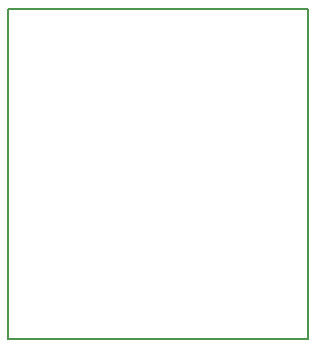
<source format=gbr>
G04 #@! TF.FileFunction,Profile,NP*
%FSLAX46Y46*%
G04 Gerber Fmt 4.6, Leading zero omitted, Abs format (unit mm)*
G04 Created by KiCad (PCBNEW 4.0.7) date 06/07/18 21:32:42*
%MOMM*%
%LPD*%
G01*
G04 APERTURE LIST*
%ADD10C,0.100000*%
%ADD11C,0.150000*%
G04 APERTURE END LIST*
D10*
D11*
X143510000Y-149860000D02*
X144780000Y-149860000D01*
X143510000Y-121920000D02*
X143510000Y-149860000D01*
X168910000Y-121920000D02*
X143510000Y-121920000D01*
X168910000Y-149860000D02*
X168910000Y-121920000D01*
X167640000Y-149860000D02*
X168910000Y-149860000D01*
X144780000Y-149860000D02*
X167640000Y-149860000D01*
M02*

</source>
